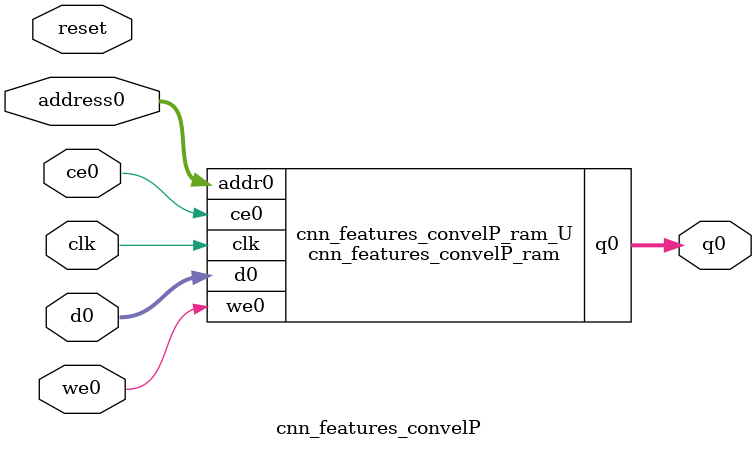
<source format=v>
`timescale 1 ns / 1 ps
module cnn_features_convelP_ram (addr0, ce0, d0, we0, q0,  clk);

parameter DWIDTH = 15;
parameter AWIDTH = 6;
parameter MEM_SIZE = 64;

input[AWIDTH-1:0] addr0;
input ce0;
input[DWIDTH-1:0] d0;
input we0;
output reg[DWIDTH-1:0] q0;
input clk;

(* ram_style = "distributed" *)reg [DWIDTH-1:0] ram[0:MEM_SIZE-1];




always @(posedge clk)  
begin 
    if (ce0) 
    begin
        if (we0) 
        begin 
            ram[addr0] <= d0; 
        end 
        q0 <= ram[addr0];
    end
end


endmodule

`timescale 1 ns / 1 ps
module cnn_features_convelP(
    reset,
    clk,
    address0,
    ce0,
    we0,
    d0,
    q0);

parameter DataWidth = 32'd15;
parameter AddressRange = 32'd64;
parameter AddressWidth = 32'd6;
input reset;
input clk;
input[AddressWidth - 1:0] address0;
input ce0;
input we0;
input[DataWidth - 1:0] d0;
output[DataWidth - 1:0] q0;



cnn_features_convelP_ram cnn_features_convelP_ram_U(
    .clk( clk ),
    .addr0( address0 ),
    .ce0( ce0 ),
    .we0( we0 ),
    .d0( d0 ),
    .q0( q0 ));

endmodule


</source>
